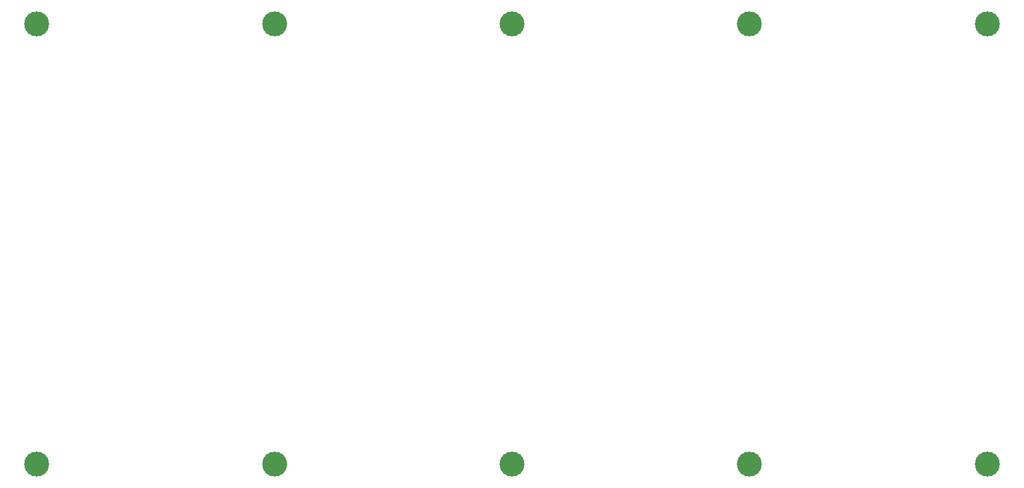
<source format=gbr>
G04 ===== Begin FILE IDENTIFICATION =====*
G04 File Format:  Gerber RS274X*
G04 ===== End FILE IDENTIFICATION =====*
%FSLAX24Y24*%
%MOMM*%
%SFA1.0000B1.0000*%
%OFA0.0B0.0*%
%ADD14C,3.000000*%
%LNNPTH*%
%IPPOS*%
%LPD*%
G75*
D14*
X-571200Y-265000D03*
Y265000D03*
X-285600Y-265000D03*
Y265000D03*
X0Y-265000D03*
X0Y265000D03*
X285600Y-265000D03*
Y265000D03*
X571200Y-265000D03*
Y265000D03*
M02*


</source>
